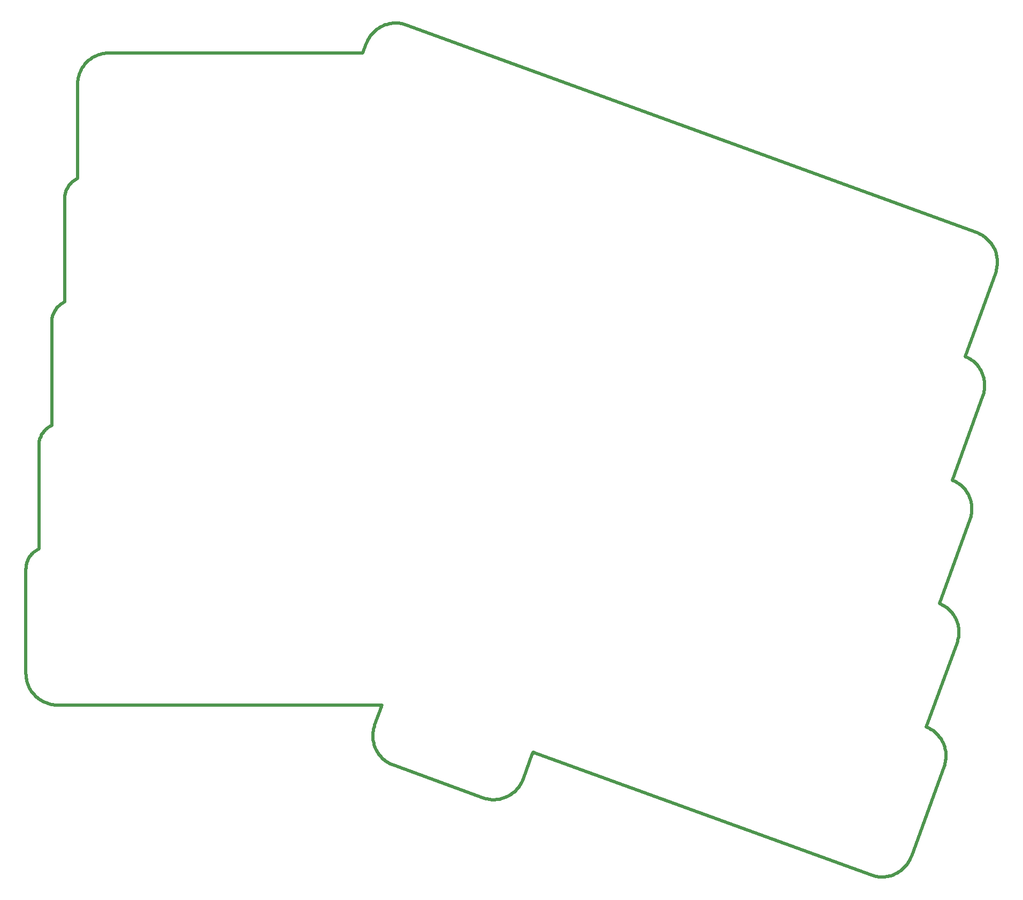
<source format=gbr>
%TF.GenerationSoftware,KiCad,Pcbnew,(6.0.5)*%
%TF.CreationDate,2022-06-09T21:08:53+09:00*%
%TF.ProjectId,KEMgonomics,4b454d67-6f6e-46f6-9d69-63732e6b6963,rev?*%
%TF.SameCoordinates,Original*%
%TF.FileFunction,Profile,NP*%
%FSLAX46Y46*%
G04 Gerber Fmt 4.6, Leading zero omitted, Abs format (unit mm)*
G04 Created by KiCad (PCBNEW (6.0.5)) date 2022-06-09 21:08:53*
%MOMM*%
%LPD*%
G01*
G04 APERTURE LIST*
%TA.AperFunction,Profile*%
%ADD10C,0.500062*%
%TD*%
G04 APERTURE END LIST*
D10*
X-1308604Y-128865539D02*
X-1278276Y-129109692D01*
X134105999Y-160563465D02*
X134349975Y-160557001D01*
X2899431Y-71807240D02*
X2853452Y-71972949D01*
X3338590Y-70878231D02*
X3246553Y-71023859D01*
X136634559Y-159870400D02*
X136838642Y-159743677D01*
X146070520Y-98211338D02*
X145871660Y-98091976D01*
X53089464Y-27695193D02*
X52954259Y-27903406D01*
X142547830Y-137682788D02*
X142368690Y-137537097D01*
X131399Y-131906724D02*
X311059Y-132077696D01*
X152364499Y-62851264D02*
X152334479Y-62610910D01*
X152240138Y-62137859D02*
X152176193Y-61905969D01*
X5124936Y-51796962D02*
X5055393Y-51953937D01*
X74546191Y-147968240D02*
X74773521Y-147869035D01*
X143416045Y-117411620D02*
X143200073Y-117321031D01*
X913180Y-91174266D02*
X859228Y-91337372D01*
X7320754Y-33083516D02*
X7220631Y-33305001D01*
X1206350Y-90553872D02*
X1121692Y-90703589D01*
X146202818Y-122839249D02*
X146244833Y-122603511D01*
X1530445Y-132891781D02*
X1753427Y-132990587D01*
X4855770Y-52611005D02*
X4826096Y-52781119D01*
X-422618Y-109528538D02*
X-536078Y-109660246D01*
X146293841Y-122128790D02*
X146300874Y-121890672D01*
X54747022Y-133438785D02*
X54741694Y-133448281D01*
X79062775Y-140873669D02*
X79049843Y-140863607D01*
X54033363Y-140320207D02*
X54033363Y-140320207D01*
X367770Y-108877673D02*
X302249Y-108918195D01*
X147507545Y-78356266D02*
X147280471Y-78260858D01*
X6169470Y-50504831D02*
X6108429Y-50552567D01*
X2747333Y-72830819D02*
X2747333Y-72830819D01*
X77268206Y-145278410D02*
X77358772Y-145047517D01*
X147542670Y-99660572D02*
X147410811Y-99469409D01*
X54826778Y-133392111D02*
X54807295Y-133398404D01*
X2953384Y-71644158D02*
X2899431Y-71807240D01*
X145666806Y-97981924D02*
X145456249Y-97881446D01*
X9032059Y-31105103D02*
X8836035Y-31244508D01*
X55004120Y-133371187D02*
X55004120Y-133371187D01*
X136838642Y-159743677D02*
X137036682Y-159607148D01*
X53564989Y-138181394D02*
X53569686Y-138425262D01*
X1793859Y-89817419D02*
X1737947Y-89872102D01*
X5202097Y-51643483D02*
X5124936Y-51796962D01*
X711454Y-92186511D02*
X707130Y-92361039D01*
X55771869Y-25737447D02*
X55543605Y-25812332D01*
X7131112Y-33532063D02*
X7052509Y-33764387D01*
X9881354Y-30644096D02*
X9659879Y-30744227D01*
X4514515Y-69778574D02*
X4448175Y-69817628D01*
X54748381Y-133510845D02*
X54755001Y-133521719D01*
X8126559Y-31889312D02*
X7969415Y-32070738D01*
X311059Y-132077696D02*
X498136Y-132238868D01*
X7551550Y-32658532D02*
X7431165Y-32867921D01*
X145502574Y-119190525D02*
X145370727Y-118999366D01*
X149569701Y-58847435D02*
X149337706Y-58742456D01*
X-1127021Y-110704219D02*
X-1180973Y-110867325D01*
X54264379Y-140757721D02*
X54395050Y-140966177D01*
X2151055Y-89518425D02*
X2089066Y-89564740D01*
X-72245Y-109191689D02*
X-131312Y-109242220D01*
X79052117Y-140957323D02*
X79062192Y-140951873D01*
X146244833Y-122603511D02*
X146275167Y-122366547D01*
X143462270Y-138720738D02*
X143330410Y-138529577D01*
X2815567Y-72140997D02*
X2785893Y-72311096D01*
X52514129Y-28815530D02*
X52514129Y-28815530D01*
X53586264Y-138668609D02*
X53614704Y-138910991D01*
X141159866Y-136850984D02*
X146006500Y-123534776D01*
X-39573Y-131727061D02*
X131399Y-131906724D01*
X145240280Y-97790811D02*
X150086914Y-84475396D01*
X150361321Y-82353306D02*
X150333995Y-82121807D01*
X137922153Y-158783991D02*
X138075482Y-158592572D01*
X1753427Y-132990587D02*
X1980960Y-133078403D01*
X78967743Y-140819581D02*
X78938949Y-140807658D01*
X144030352Y-117741405D02*
X143831476Y-117622073D01*
X148242923Y-103309700D02*
X148284924Y-103073930D01*
X2747333Y-72830819D02*
X2747333Y-89167253D01*
X141990108Y-137271513D02*
X141791247Y-137152151D01*
X1121692Y-90703589D02*
X1044531Y-90857086D01*
X10577989Y-30408578D02*
X10340723Y-30475957D01*
X55186947Y-141893449D02*
X55370746Y-142053806D01*
X4787536Y-69637300D02*
X4787536Y-69637300D01*
X-1333071Y-111890992D02*
X-1333071Y-128371354D01*
X72634622Y-148337407D02*
X72878476Y-148332710D01*
X55967089Y-142479286D02*
X56179762Y-142601585D01*
X141586393Y-137042099D02*
X141375836Y-136941621D01*
X11316342Y-30276976D02*
X11066112Y-30308774D01*
X-1264837Y-111201125D02*
X-1294511Y-111371242D01*
X11827566Y-30251161D02*
X11570264Y-30257667D01*
X434110Y-108838629D02*
X367770Y-108877673D01*
X76346736Y-146715442D02*
X76507079Y-146531644D01*
X137590521Y-159140604D02*
X137760365Y-158966731D01*
X54873979Y-133381722D02*
X54848973Y-133386533D01*
X53614704Y-138910991D02*
X53654986Y-139151966D01*
X-642516Y-109796889D02*
X-741814Y-109938178D01*
X132630807Y-160342427D02*
X132876008Y-160411137D01*
X143985565Y-139780339D02*
X143900175Y-139554921D01*
X8647159Y-31392945D02*
X8465745Y-31550101D01*
X132386810Y-160260530D02*
X132386810Y-160260530D01*
X-1333071Y-128371354D02*
X-1326926Y-128619290D01*
X-1040285Y-130057155D02*
X-952467Y-130284688D01*
X-1065213Y-110544028D02*
X-1127021Y-110704219D01*
X79015138Y-140842338D02*
X78993095Y-140831143D01*
X135537600Y-160350358D02*
X135765856Y-160275481D01*
X150218497Y-59223605D02*
X150010284Y-59088412D01*
X4129268Y-70034787D02*
X4068227Y-70082523D01*
X146006500Y-123534776D02*
X146006500Y-123534776D01*
X-1116944Y-129825480D02*
X-1040285Y-130057155D01*
X2277774Y-89430098D02*
X2213966Y-89473541D01*
X54907547Y-133636567D02*
X54907547Y-133636567D01*
X5818351Y-50812192D02*
X5697988Y-50938630D01*
X6108429Y-50552567D02*
X6048362Y-50601713D01*
X4826096Y-52781119D02*
X4804753Y-52952993D01*
X150357916Y-83294146D02*
X150376025Y-83057461D01*
X79034009Y-140853162D02*
X79015138Y-140842338D01*
X150286134Y-83768209D02*
X150328011Y-83531187D01*
X5697988Y-50938630D02*
X5584528Y-51070297D01*
X48864Y-109094821D02*
X-12177Y-109142552D01*
X10340723Y-30475957D02*
X10108407Y-30554567D01*
X9234918Y-30975045D02*
X9032059Y-31105103D01*
X-853661Y-130507670D02*
X-744036Y-130725691D01*
X78869949Y-140985606D02*
X78903211Y-140985867D01*
X77358772Y-145047517D02*
X77358772Y-145047517D01*
X57941175Y-25577933D02*
X57694756Y-25547674D01*
X79088628Y-140918010D02*
X79088181Y-140909957D01*
X148123833Y-103775842D02*
X148189232Y-103543815D01*
X5584528Y-51070297D02*
X5478089Y-51206905D01*
X147410811Y-99469409D02*
X147270347Y-99285160D01*
X147270347Y-99285160D02*
X147121567Y-99108089D01*
X53846697Y-139862011D02*
X53934157Y-140092921D01*
X55761143Y-142347024D02*
X55967089Y-142479286D01*
X148046707Y-104005349D02*
X148046707Y-104005349D01*
X1737947Y-89872102D02*
X1617584Y-89998585D01*
X-131312Y-109242220D02*
X-189353Y-109294133D01*
X152335585Y-64075218D02*
X152365862Y-63828813D01*
X55011186Y-141724327D02*
X55186947Y-141893449D01*
X7052509Y-33764387D02*
X6985138Y-34001660D01*
X150418407Y-59368064D02*
X150218497Y-59223605D01*
X79080471Y-140892616D02*
X79072939Y-140883340D01*
X79077960Y-140939632D02*
X79083382Y-140932854D01*
X53707092Y-139391090D02*
X53771002Y-139627919D01*
X-1333071Y-128371354D02*
X-1333071Y-128371354D01*
X75419492Y-147507344D02*
X75620678Y-147366999D01*
X143585235Y-138918547D02*
X143462270Y-138720738D01*
X144172723Y-140473482D02*
X144121857Y-140240052D01*
X150966439Y-59853010D02*
X150792565Y-59683169D01*
X-536078Y-109660246D02*
X-642516Y-109796889D01*
X73121812Y-148316131D02*
X73364188Y-148287691D01*
X9659879Y-30744227D02*
X9444295Y-30854649D01*
X134592337Y-160538665D02*
X134832684Y-160508644D01*
X138219951Y-158392662D02*
X138355156Y-158184450D01*
X144108833Y-142603724D02*
X144162523Y-142369609D01*
X54932825Y-133374609D02*
X54901896Y-133377730D01*
X4993586Y-52114118D02*
X4939633Y-52277216D01*
X133122012Y-160466849D02*
X133368416Y-160509750D01*
X150117239Y-81221946D02*
X150037064Y-81005393D01*
X4893655Y-52442941D02*
X4855770Y-52611005D01*
X57694756Y-25547674D02*
X57448744Y-25529849D01*
X6985138Y-34001660D02*
X6929311Y-34243568D01*
X4718183Y-69670356D02*
X4649545Y-69704928D01*
X53591317Y-137693869D02*
X53572193Y-137937449D01*
X152086364Y-65056833D02*
X152168261Y-64812836D01*
X148711841Y-79128383D02*
X148530828Y-78977807D01*
X-1236109Y-129351339D02*
X-1182276Y-129590071D01*
X150246756Y-81665898D02*
X150187195Y-81442239D01*
X-1315854Y-111543118D02*
X-1328747Y-111716464D01*
X149617681Y-80184119D02*
X149489041Y-79991915D01*
X144121857Y-140240052D02*
X144059465Y-140008860D01*
X3246553Y-71023859D02*
X3161895Y-71173553D01*
X-246342Y-109347415D02*
X-302254Y-109402055D01*
X76800260Y-146141246D02*
X76932499Y-145935302D01*
X75211037Y-147638016D02*
X75419492Y-147507344D01*
X147883712Y-100272874D02*
X147779411Y-100062570D01*
X8465745Y-31550101D02*
X8292106Y-31715661D01*
X1312424Y-132782157D02*
X1530445Y-132891781D01*
X148284924Y-103073930D02*
X148315252Y-102836936D01*
X707130Y-92361039D02*
X707130Y-108697473D01*
X133860812Y-160557870D02*
X134105999Y-160563465D01*
X707130Y-108697473D02*
X707130Y-108697473D01*
X4791860Y-53126339D02*
X4787536Y-53300866D01*
X149048820Y-79452793D02*
X148884563Y-79286837D01*
X-1226952Y-111033057D02*
X-1264837Y-111201125D01*
X6853550Y-34740028D02*
X6834243Y-34993953D01*
X147939801Y-78577110D02*
X147727380Y-78461809D01*
X707130Y-92361039D02*
X707130Y-92361039D01*
X57448744Y-25529849D02*
X57203541Y-25524269D01*
X54848973Y-133386533D02*
X54826778Y-133392111D01*
X152236972Y-64567633D02*
X152292684Y-64321626D01*
X2342451Y-89388108D02*
X2277774Y-89430098D01*
X152015693Y-61453472D02*
X151919513Y-61233671D01*
X-1294511Y-111371242D02*
X-1315854Y-111543118D01*
X51991577Y-30251161D02*
X51991577Y-30251161D01*
X79070852Y-140945974D02*
X79077960Y-140939632D01*
X2212636Y-133155062D02*
X2448045Y-133220393D01*
X143200073Y-117321031D02*
X148046707Y-104005349D01*
X148336387Y-102122938D02*
X148320209Y-101885374D01*
X54741694Y-133448281D02*
X54738374Y-133458130D01*
X54790421Y-133405361D02*
X54776057Y-133412929D01*
X76507079Y-146531644D02*
X76658354Y-146340136D01*
X302249Y-108918195D02*
X237571Y-108960183D01*
X132876008Y-160411137D02*
X133122012Y-160466849D01*
X138075482Y-158592572D02*
X138219951Y-158392662D01*
X73844291Y-148195302D02*
X74081134Y-148131393D01*
X71423064Y-148181994D02*
X71662873Y-148236994D01*
X138355156Y-158184450D02*
X138480695Y-157968122D01*
X2541444Y-89270957D02*
X2474312Y-89308527D01*
X3891051Y-70234152D02*
X3834062Y-70287466D01*
X141375836Y-136941621D02*
X141159866Y-136850984D01*
X145230266Y-118815122D02*
X145081484Y-118638058D01*
X6294371Y-50413633D02*
X6231459Y-50458516D01*
X134349975Y-160557001D02*
X134592337Y-160538665D01*
X79088181Y-140909957D02*
X79085507Y-140901490D01*
X6621848Y-50211050D02*
X6554716Y-50248620D01*
X147280471Y-78260858D02*
X147280471Y-78260858D01*
X144222945Y-117869784D02*
X144030352Y-117741405D01*
X1850848Y-89764105D02*
X1793859Y-89817419D01*
X144234851Y-141896851D02*
X144253524Y-141659072D01*
X53233933Y-27495283D02*
X53089464Y-27695193D01*
X143831476Y-117622073D02*
X143626610Y-117512056D01*
X152292684Y-64321626D02*
X152335585Y-64075218D01*
X143966308Y-143065263D02*
X143966308Y-143065263D01*
X4787536Y-53300866D02*
X4787536Y-53300866D01*
X4191257Y-69988472D02*
X4129268Y-70034787D01*
X150377552Y-82586664D02*
X150361321Y-82353306D01*
X56854881Y-142905702D02*
X56854881Y-142905702D01*
X145240280Y-97790811D02*
X145240280Y-97790811D01*
X146162100Y-120709828D02*
X146099694Y-120478639D01*
X76658354Y-146340136D02*
X76800260Y-146141246D01*
X74773521Y-147869035D02*
X74995614Y-147758689D01*
X-1180973Y-110867325D02*
X-1226952Y-111033057D01*
X54762927Y-133532583D02*
X54772057Y-133543384D01*
X2686777Y-133274226D02*
X2928425Y-133316392D01*
X4939633Y-52277216D02*
X4893655Y-52442941D01*
X146449099Y-98476924D02*
X146263096Y-98339742D01*
X152101315Y-61677706D02*
X152015693Y-61453472D01*
X6827737Y-50107347D02*
X6827737Y-50107347D01*
X78906578Y-140795381D02*
X78906578Y-140795381D01*
X142368690Y-137537097D02*
X142182686Y-137399917D01*
X143699012Y-139122736D02*
X143585235Y-138918547D01*
X144043434Y-142835753D02*
X144108833Y-142603724D01*
X56003760Y-25673492D02*
X55771869Y-25737447D01*
X137228277Y-159461001D02*
X137413024Y-159305424D01*
X5818351Y-50812192D02*
X5818351Y-50812192D01*
X146275167Y-122366547D02*
X146293841Y-122128790D01*
X3084734Y-71327027D02*
X3015191Y-71483991D01*
X3161895Y-71173553D02*
X3084734Y-71327027D01*
X52608253Y-28575984D02*
X52514129Y-28815530D01*
X147980576Y-100494800D02*
X147883712Y-100272874D01*
X70950294Y-148035981D02*
X71185390Y-148114996D01*
X135990082Y-160189858D02*
X136209877Y-160093679D01*
X152382835Y-63093634D02*
X152364499Y-62851264D01*
X54901896Y-133377730D02*
X54873979Y-133381722D01*
X501241Y-108801075D02*
X434110Y-108838629D01*
X58433622Y-25676505D02*
X58187598Y-25620815D01*
X1967957Y-89661623D02*
X1908890Y-89712169D01*
X3657787Y-70468629D02*
X3544326Y-70600329D01*
X4254169Y-69943588D02*
X4191257Y-69988472D01*
X5378792Y-51348165D02*
X5286755Y-51493787D01*
X148065967Y-100720257D02*
X147980576Y-100494800D01*
X148202262Y-101180034D02*
X148139869Y-100948812D01*
X141159866Y-136850984D02*
X141159866Y-136850984D01*
X54818620Y-133584930D02*
X54846521Y-133603982D01*
X53549053Y-27121123D02*
X53387264Y-27303864D01*
X79062192Y-140951873D02*
X79070852Y-140945974D01*
X137413024Y-159305424D02*
X137590521Y-159140604D01*
X142884357Y-137998635D02*
X142719816Y-137836723D01*
X151286835Y-60215252D02*
X151131258Y-60030505D01*
X6422855Y-50328201D02*
X6358178Y-50370191D01*
X146006500Y-123534776D02*
X146083671Y-123305314D01*
X53787402Y-136732079D02*
X53720404Y-136969761D01*
X2028024Y-89612476D02*
X1967957Y-89661623D01*
X1504123Y-90130293D02*
X1397685Y-90266936D01*
X2407973Y-89347581D02*
X2342451Y-89388108D01*
X53622381Y-137451099D02*
X53591317Y-137693869D01*
X11570264Y-30257667D02*
X11316342Y-30276976D01*
X146212982Y-120943255D02*
X146162100Y-120709828D01*
X4804753Y-52952993D02*
X4791860Y-53126339D01*
X143803314Y-139333040D02*
X143699012Y-139122736D01*
X3778150Y-70342149D02*
X3778150Y-70342149D01*
X74081134Y-148131393D02*
X74315248Y-148055699D01*
X53665403Y-137209582D02*
X53622381Y-137451099D01*
X137036682Y-159607148D02*
X137228277Y-159461001D01*
X77358772Y-145047517D02*
X78838050Y-140983247D01*
X54674877Y-26217437D02*
X54470789Y-26344165D01*
X-493010Y-131145213D02*
X-351947Y-131345897D01*
X56398837Y-142713620D02*
X56623986Y-142815092D01*
X146300874Y-121890672D02*
X146296285Y-121652627D01*
X145625516Y-119388331D02*
X145502574Y-119190525D01*
X150086914Y-84475396D02*
X150165760Y-84240690D01*
X150232108Y-84004835D02*
X150286134Y-83768209D01*
X79028259Y-140966854D02*
X79052117Y-140957323D01*
X692220Y-132390070D02*
X892903Y-132531132D01*
X131399Y-131906724D02*
X131399Y-131906724D01*
X6689746Y-50174974D02*
X6621848Y-50211050D01*
X145456249Y-97881446D02*
X145240280Y-97790811D01*
X54755001Y-133521719D02*
X54762927Y-133532583D01*
X4787536Y-53300866D02*
X4787536Y-69637300D01*
X-351947Y-131345897D02*
X-200745Y-131539982D01*
X58187598Y-25620815D02*
X57941175Y-25577933D01*
X134832684Y-160508644D02*
X135070612Y-160467128D01*
X52954259Y-27903406D02*
X52828720Y-28119734D01*
X2677981Y-89200309D02*
X2609342Y-89234881D01*
X51991577Y-30251161D02*
X51991577Y-30251161D01*
X143041163Y-138168259D02*
X142884357Y-137998635D01*
X54470789Y-26344165D02*
X54272745Y-26480697D01*
X56959551Y-25530748D02*
X56717175Y-25549098D01*
X110853Y-109048508D02*
X48864Y-109094821D01*
X2213966Y-89473541D02*
X2151055Y-89518425D01*
X79083382Y-140932854D02*
X79086983Y-140925645D01*
X147883712Y-100272874D02*
X147883712Y-100272874D01*
X143200073Y-117321031D02*
X143200073Y-117321031D01*
X-200745Y-131539982D02*
X-39573Y-131727061D01*
X143966308Y-143065263D02*
X144043434Y-142835753D01*
X5874263Y-50757509D02*
X5818351Y-50812192D01*
X144204523Y-142133841D02*
X144234851Y-141896851D01*
X79086983Y-140925645D02*
X79088628Y-140918010D01*
X2928425Y-133316392D02*
X3172577Y-133346720D01*
X135070612Y-160467128D02*
X135305718Y-160414303D01*
X3834062Y-70287466D02*
X3778150Y-70342149D01*
X145739262Y-119592518D02*
X145625516Y-119388331D01*
X3418826Y-133365042D02*
X3666761Y-133371187D01*
X78838050Y-140983247D02*
X78869949Y-140985606D01*
X54743167Y-133500012D02*
X54748381Y-133510845D01*
X3666761Y-133371187D02*
X55004120Y-133371187D01*
X2747333Y-89167253D02*
X2747333Y-89167253D01*
X148341700Y-78835486D02*
X148144633Y-78701795D01*
X150165760Y-84240690D02*
X150232108Y-84004835D01*
X146964762Y-98938464D02*
X146800222Y-98776551D01*
X137760365Y-158966731D02*
X137922153Y-158783991D01*
X146280094Y-121415087D02*
X146252320Y-121178486D01*
X4787536Y-69637300D02*
X4718183Y-69670356D01*
X148139869Y-100948812D02*
X148065967Y-100720257D01*
X2785893Y-72311096D02*
X2764550Y-72482958D01*
X54884604Y-26100702D02*
X54674877Y-26217437D01*
X7820990Y-32259627D02*
X7681597Y-32455663D01*
X75620678Y-147366999D02*
X75814295Y-147217310D01*
X54776057Y-133412929D02*
X54764103Y-133421057D01*
X56476816Y-25579130D02*
X56238877Y-25620658D01*
X2474312Y-89308527D02*
X2407973Y-89347581D01*
X2853452Y-71972949D02*
X2815567Y-72140997D01*
X150187195Y-81442239D02*
X150117239Y-81221946D01*
X147779411Y-100062570D02*
X147665634Y-99858381D01*
X152168261Y-64812836D02*
X152236972Y-64567633D01*
X775364Y-91671172D02*
X745690Y-91841289D01*
X54033363Y-140320207D02*
X54143708Y-140542298D01*
X147280471Y-78260858D02*
X152086364Y-65056833D01*
X148253129Y-101413489D02*
X148202262Y-101180034D01*
X149098159Y-58648355D02*
X58922866Y-25827066D01*
X73364188Y-148287691D02*
X73605162Y-148247408D01*
X145871660Y-98091976D02*
X145666806Y-97981924D01*
X54754458Y-133429693D02*
X54747022Y-133438785D01*
X72390693Y-148330203D02*
X72634622Y-148337407D01*
X6834243Y-34993953D02*
X6827737Y-35251256D01*
X2089066Y-89564740D02*
X2028024Y-89612476D01*
X138480695Y-157968122D02*
X138596165Y-157743866D01*
X3778150Y-70342149D02*
X3657787Y-70468629D01*
X4008160Y-70131670D02*
X3949093Y-70182216D01*
X1617584Y-89998585D02*
X1504123Y-90130293D01*
X149204435Y-79625876D02*
X149048820Y-79452793D01*
X147727380Y-78461809D02*
X147507545Y-78356266D01*
X6488377Y-50287674D02*
X6422855Y-50328201D01*
X-952467Y-130284688D02*
X-853661Y-130507670D01*
X8836035Y-31244508D02*
X8647159Y-31392945D01*
X53387264Y-27303864D02*
X53233933Y-27495283D01*
X569139Y-108765023D02*
X501241Y-108801075D01*
X1298387Y-90408225D02*
X1206350Y-90553872D01*
X2448045Y-133220393D02*
X2686777Y-133274226D01*
X6358178Y-50370191D02*
X6294371Y-50413633D01*
X6827737Y-35251256D02*
X6827737Y-50107347D01*
X52828720Y-28119734D02*
X52713251Y-28343989D01*
X3015191Y-71483991D02*
X2953384Y-71644158D01*
X7220631Y-33305001D02*
X7131112Y-33532063D01*
X144212045Y-140708718D02*
X144172723Y-140473482D01*
X143330410Y-138529577D02*
X143189945Y-138345328D01*
X54143708Y-140542298D02*
X54264379Y-140757721D01*
X146263096Y-98339742D02*
X146070520Y-98211338D01*
X147121567Y-99108089D02*
X146964762Y-98938464D01*
X150295748Y-81892546D02*
X150246756Y-81665898D01*
X1044531Y-90857086D02*
X974988Y-91014075D01*
X78903211Y-140985867D02*
X78936753Y-140984075D01*
X151696235Y-60808978D02*
X151569511Y-60604892D01*
X54081147Y-26626847D02*
X53896397Y-26782427D01*
X138795288Y-157272325D02*
X143966308Y-143065263D01*
X152334479Y-62610910D02*
X152292963Y-62372974D01*
X148046707Y-104005349D02*
X148123833Y-103775842D01*
X813249Y-91503104D02*
X775364Y-91671172D01*
X54272745Y-26480697D02*
X54081147Y-26626847D01*
X53896397Y-26782427D02*
X53718899Y-26947248D01*
X143189945Y-138345328D02*
X143041163Y-138168259D01*
X-12177Y-109142552D02*
X-72245Y-109191689D01*
X146083671Y-123305314D02*
X146149104Y-123073328D01*
X146628238Y-98622615D02*
X146449099Y-98476924D01*
X5055393Y-51953937D02*
X4993586Y-52114118D01*
X53866417Y-136496980D02*
X53787402Y-136732079D01*
X77166771Y-145503556D02*
X77268206Y-145278410D01*
X152383705Y-63582811D02*
X152389300Y-63337618D01*
X-833851Y-110083825D02*
X-918510Y-110233542D01*
X52514129Y-28815530D02*
X51991577Y-30251161D01*
X2764550Y-72482958D02*
X2751657Y-72656295D01*
X144255983Y-141182878D02*
X144239805Y-140945327D01*
X1397685Y-90266936D02*
X1298387Y-90408225D01*
X7969415Y-32070738D02*
X7820990Y-32259627D01*
X144588121Y-118152617D02*
X144408965Y-118006943D01*
X55099570Y-25994148D02*
X54884604Y-26100702D01*
X7431165Y-32867921D02*
X7320754Y-33083516D01*
X148333927Y-102599152D02*
X148340966Y-102361008D01*
X133614816Y-160540028D02*
X133860812Y-160557870D01*
X6554716Y-50248620D02*
X6488377Y-50287674D01*
X498136Y-132238868D02*
X692220Y-132390070D01*
X142719816Y-137836723D02*
X142547830Y-137682788D01*
X146296285Y-121652627D02*
X146280094Y-121415087D01*
X78938949Y-140807658D02*
X78906578Y-140795381D01*
X78969496Y-140980277D02*
X79000358Y-140974522D01*
X-995670Y-110387039D02*
X-1065213Y-110544028D01*
X6048362Y-50601713D02*
X5989294Y-50652259D01*
X144924672Y-118468441D02*
X144760120Y-118306539D01*
X-623763Y-130938342D02*
X-493010Y-131145213D01*
X53934157Y-140092921D02*
X54033363Y-140320207D01*
X71904376Y-148280016D02*
X72147130Y-148311079D01*
X54737357Y-133478677D02*
X54739459Y-133489272D01*
X150328011Y-83531187D02*
X150357916Y-83294146D01*
X149846759Y-80585017D02*
X149736979Y-80381945D01*
X56717175Y-25549098D02*
X56476816Y-25579130D01*
X237571Y-108960183D02*
X173764Y-109003624D01*
X54535393Y-141167364D02*
X54685082Y-141360985D01*
X78838050Y-140983247D02*
X78838050Y-140983247D01*
X76177624Y-146891204D02*
X76346736Y-146715442D01*
X55319371Y-25897962D02*
X55099570Y-25994148D01*
X-1182276Y-129590071D02*
X-1116944Y-129825480D01*
X6827737Y-35251256D02*
X6827737Y-35251256D01*
X72147130Y-148311079D02*
X72390693Y-148330203D01*
X152389300Y-63337618D02*
X152382835Y-63093634D01*
X54793531Y-133564593D02*
X54818620Y-133584930D01*
X147665634Y-99858381D02*
X147542670Y-99660572D01*
X54966866Y-133372411D02*
X54932825Y-133374609D01*
X79000358Y-140974522D02*
X79028259Y-140966854D01*
X79072939Y-140883340D02*
X79062775Y-140873669D01*
X5478089Y-51206905D02*
X5378792Y-51348165D01*
X173764Y-109003624D02*
X110853Y-109048508D01*
X54395050Y-140966177D02*
X54535393Y-141167364D01*
X-189353Y-109294133D02*
X-246342Y-109347415D01*
X76000044Y-147058602D02*
X76177624Y-146891204D01*
X144059465Y-140008860D02*
X143985565Y-139780339D01*
X3544326Y-70600329D02*
X3437888Y-70736959D01*
X-918510Y-110233542D02*
X-995670Y-110387039D01*
X11827566Y-30251161D02*
X11827566Y-30251161D01*
X138701163Y-157511871D02*
X138795288Y-157272325D01*
X152176193Y-61905969D02*
X152101315Y-61677706D01*
X145940385Y-120024701D02*
X145843521Y-119802820D01*
X135305718Y-160414303D02*
X135537600Y-160350358D01*
X142182686Y-137399917D02*
X141990108Y-137271513D01*
X79049843Y-140863607D02*
X79034009Y-140853162D01*
X145843521Y-119802820D02*
X145739262Y-119592518D01*
X5989294Y-50652259D02*
X5931253Y-50704195D01*
X54764103Y-133421057D02*
X54754458Y-133429693D01*
X53718899Y-26947248D02*
X53549053Y-27121123D01*
X150609825Y-59521387D02*
X150418407Y-59368064D01*
X76932499Y-145935302D02*
X77054769Y-145722629D01*
X3172577Y-133346720D02*
X3418826Y-133365042D01*
X6929311Y-34243568D02*
X6885344Y-34489795D01*
X151432982Y-60406849D02*
X151286835Y-60215252D01*
X144162523Y-142369609D02*
X144204523Y-142133841D01*
X75814295Y-147217310D02*
X76000044Y-147058602D01*
X58678846Y-25745193D02*
X58433622Y-25676505D01*
X149736979Y-80381945D02*
X149617681Y-80184119D01*
X150010284Y-59088412D02*
X149793956Y-58962888D01*
X4068227Y-70082523D02*
X4008160Y-70131670D01*
X152086364Y-65056833D02*
X152086364Y-65056833D01*
X70950294Y-148035981D02*
X70950294Y-148035981D01*
X54736962Y-133468279D02*
X54737357Y-133478677D01*
X-1278276Y-129109692D02*
X-1236109Y-129351339D01*
X892903Y-132531132D02*
X1099774Y-132661884D01*
X54739459Y-133489272D02*
X54743167Y-133500012D01*
X54807295Y-133398404D02*
X54790421Y-133405361D01*
X150382511Y-82821508D02*
X150377552Y-82586664D01*
X150037064Y-81005393D02*
X149946846Y-80792959D01*
X74995614Y-147758689D02*
X75211037Y-147638016D01*
X53572193Y-137937449D02*
X53564989Y-138181394D01*
X151919513Y-61233671D02*
X151812965Y-61018706D01*
X8292106Y-31715661D02*
X8126559Y-31889312D01*
X143626610Y-117512056D02*
X143416045Y-117411620D01*
X55562253Y-142205097D02*
X55761143Y-142347024D01*
X53771002Y-139627919D02*
X53846697Y-139862011D01*
X136424836Y-159987130D02*
X136634559Y-159870400D01*
X-741814Y-109938178D02*
X-833851Y-110083825D01*
X149351234Y-79805708D02*
X149204435Y-79625876D01*
X6885344Y-34489795D02*
X6853550Y-34740028D01*
X55004120Y-133371187D02*
X54966866Y-133372411D01*
X78906578Y-140795381D02*
X132386810Y-160260530D01*
X53569686Y-138425262D02*
X53586264Y-138668609D01*
X58922866Y-25827066D02*
X58922866Y-25827066D01*
X55543605Y-25812332D02*
X55319371Y-25897962D01*
X1980960Y-133078403D02*
X2212636Y-133155062D01*
X1908890Y-89712169D02*
X1850848Y-89764105D01*
X54685082Y-141360985D02*
X54843789Y-141546739D01*
X11066112Y-30308774D02*
X10819890Y-30352746D01*
X151569511Y-60604892D02*
X151432982Y-60406849D01*
X149946846Y-80792959D02*
X149846759Y-80585017D01*
X151812965Y-61018706D02*
X151696235Y-60808978D01*
X57203541Y-25524269D02*
X56959551Y-25530748D01*
X-1333071Y-111890992D02*
X-1333071Y-111890992D01*
X74315248Y-148055699D02*
X74546191Y-147968240D01*
X859228Y-91337372D02*
X813249Y-91503104D01*
X56854881Y-142905702D02*
X70950294Y-148035981D01*
X145843521Y-119802820D02*
X145843521Y-119802820D01*
X150792565Y-59683169D02*
X150609825Y-59521387D01*
X2747333Y-89167253D02*
X2677981Y-89200309D01*
X146025782Y-120250119D02*
X145940385Y-120024701D01*
X55370746Y-142053806D02*
X55562253Y-142205097D01*
X146800222Y-98776551D02*
X146628238Y-98622615D01*
X-744036Y-130725691D02*
X-623763Y-130938342D01*
X4448175Y-69817628D02*
X4382653Y-69858155D01*
X79085507Y-140901490D02*
X79080471Y-140892616D01*
X149098159Y-58648355D02*
X149098159Y-58648355D01*
X54876431Y-133621332D02*
X54907547Y-133636567D01*
X148884563Y-79286837D02*
X148711841Y-79128383D01*
X51991577Y-30251161D02*
X11827566Y-30251161D01*
X144260562Y-141420937D02*
X144255983Y-141182878D01*
X143803314Y-139333040D02*
X143803314Y-139333040D01*
X7681597Y-32455663D02*
X7551550Y-32658532D01*
X724347Y-92013165D02*
X711454Y-92186511D01*
X54846521Y-133603982D02*
X54876431Y-133621332D01*
X1737947Y-89872102D02*
X1737947Y-89872102D01*
X135765856Y-160275481D02*
X135990082Y-160189858D01*
X74773521Y-147869035D02*
X74773521Y-147869035D01*
X53720404Y-136969761D02*
X53665403Y-137209582D01*
X56623986Y-142815092D02*
X56854881Y-142905702D01*
X-302254Y-109402055D02*
X-302254Y-109402055D01*
X148189232Y-103543815D02*
X148242923Y-103309700D01*
X71662873Y-148236994D02*
X71904376Y-148280016D01*
X149337706Y-58742456D02*
X149098159Y-58648355D01*
X148315252Y-102836936D02*
X148333927Y-102599152D01*
X141791247Y-137152151D02*
X141586393Y-137042099D01*
X4382653Y-69858155D02*
X4317976Y-69900145D01*
X143900175Y-139554921D02*
X143803314Y-139333040D01*
X54772057Y-133543384D02*
X54793531Y-133564593D01*
X-1328747Y-111716464D02*
X-1333071Y-111890992D01*
X10819890Y-30352746D02*
X10577989Y-30408578D01*
X53866417Y-136496980D02*
X53866417Y-136496980D01*
X150086914Y-84475396D02*
X150086914Y-84475396D01*
X56179762Y-142601585D02*
X56398837Y-142713620D01*
X148530828Y-78977807D02*
X148341700Y-78835486D01*
X72878476Y-148332710D02*
X73121812Y-148316131D01*
X144239805Y-140945327D02*
X144212045Y-140708718D01*
X148144633Y-78701795D02*
X147939801Y-78577110D01*
X-302254Y-109402055D02*
X-422618Y-109528538D01*
X54907547Y-133636567D02*
X53866417Y-136496980D01*
X1099774Y-132661884D02*
X1312424Y-132782157D01*
X637778Y-108730485D02*
X569139Y-108765023D01*
X6231459Y-50458516D02*
X6169470Y-50504831D01*
X149793956Y-58962888D02*
X149569701Y-58847435D01*
X56238877Y-25620658D02*
X56003760Y-25673492D01*
X54843789Y-141546739D02*
X55011186Y-141724327D01*
X2609342Y-89234881D02*
X2541444Y-89270957D01*
X52713251Y-28343989D02*
X52608253Y-28575984D01*
X77054769Y-145722629D02*
X77166771Y-145503556D01*
X146252320Y-121178486D02*
X146212982Y-120943255D01*
X78993095Y-140831143D02*
X78967743Y-140819581D01*
X2751657Y-72656295D02*
X2747333Y-72830819D01*
X4649545Y-69704928D02*
X4581647Y-69741004D01*
X5286755Y-51493787D02*
X5202097Y-51643483D01*
X146149104Y-123073328D02*
X146202818Y-122839249D01*
X138596165Y-157743866D02*
X138701163Y-157511871D01*
X-1326926Y-128619290D02*
X-1308604Y-128865539D01*
X150333995Y-82121807D02*
X150295748Y-81892546D01*
X133368416Y-160509750D02*
X133614816Y-160540028D01*
X4581647Y-69741004D02*
X4514515Y-69778574D01*
X132386810Y-160260530D02*
X132630807Y-160342427D01*
X73605162Y-148247408D02*
X73844291Y-148195302D01*
X151131258Y-60030505D02*
X150966439Y-59853010D01*
X3666761Y-133371187D02*
X3666761Y-133371187D01*
X6827737Y-50107347D02*
X6758385Y-50140403D01*
X4317976Y-69900145D02*
X4254169Y-69943588D01*
X58922866Y-25827066D02*
X58678846Y-25745193D01*
X144253524Y-141659072D02*
X144260562Y-141420937D01*
X145370727Y-118999366D02*
X145230266Y-118815122D01*
X3949093Y-70182216D02*
X3891051Y-70234152D01*
X5931253Y-50704195D02*
X5874263Y-50757509D01*
X152365862Y-63828813D02*
X152383705Y-63582811D01*
X152292963Y-62372974D02*
X152240138Y-62137859D01*
X144408965Y-118006943D02*
X144222945Y-117869784D01*
X144760120Y-118306539D02*
X144588121Y-118152617D01*
X148340966Y-102361008D02*
X148336387Y-102122938D01*
X54738374Y-133458130D02*
X54736962Y-133468279D01*
X148292450Y-101648747D02*
X148253129Y-101413489D01*
X10108407Y-30554567D02*
X9881354Y-30644096D01*
X148320209Y-101885374D02*
X148292450Y-101648747D01*
X707130Y-108697473D02*
X637778Y-108730485D01*
X9444295Y-30854649D02*
X9234918Y-30975045D01*
X150376025Y-83057461D02*
X150382511Y-82821508D01*
X53654986Y-139151966D02*
X53707092Y-139391090D01*
X6758385Y-50140403D02*
X6689746Y-50174974D01*
X974988Y-91014075D02*
X913180Y-91174266D01*
X78936753Y-140984075D02*
X78969496Y-140980277D01*
X3437888Y-70736959D02*
X3338590Y-70878231D01*
X71185390Y-148114996D02*
X71423064Y-148181994D01*
X138795288Y-157272325D02*
X138795288Y-157272325D01*
X136209877Y-160093679D02*
X136424836Y-159987130D01*
X149489041Y-79991915D02*
X149351234Y-79805708D01*
X745690Y-91841289D02*
X724347Y-92013165D01*
X145081484Y-118638058D02*
X144924672Y-118468441D01*
X146099694Y-120478639D02*
X146025782Y-120250119D01*
M02*

</source>
